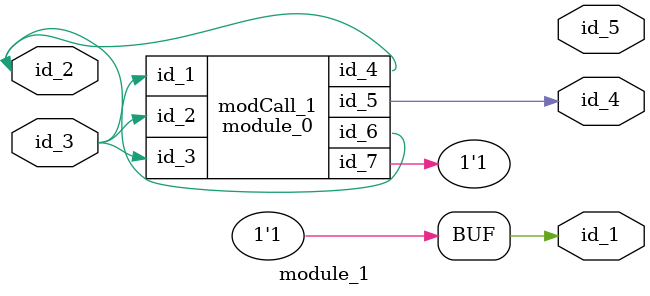
<source format=v>
module module_0 (
    id_1,
    id_2,
    id_3,
    id_4,
    id_5,
    id_6,
    id_7
);
  output wire id_7;
  inout wire id_6;
  output wire id_5;
  inout wire id_4;
  input wire id_3;
  input wire id_2;
  input wire id_1;
  assign id_7 = 1 === id_4;
  assign module_1.id_1 = 0;
  wire id_8 = id_8;
endmodule
module module_1 (
    id_1,
    id_2,
    id_3,
    id_4,
    id_5
);
  output wire id_5;
  output wire id_4;
  inout wire id_3;
  inout wire id_2;
  output wire id_1;
  module_0 modCall_1 (
      id_3,
      id_3,
      id_3,
      id_2,
      id_4,
      id_2,
      id_1
  );
  assign id_1 = 1'd0 - 1;
endmodule

</source>
